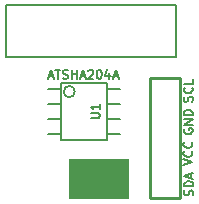
<source format=gto>
G04 (created by PCBNEW (2013-may-18)-stable) date Wed 10 Dec 2014 10:55:01 AM CST*
%MOIN*%
G04 Gerber Fmt 3.4, Leading zero omitted, Abs format*
%FSLAX34Y34*%
G01*
G70*
G90*
G04 APERTURE LIST*
%ADD10C,0.00590551*%
%ADD11C,0.0075*%
%ADD12C,0.01*%
%ADD13C,0.005*%
%ADD14C,0.0001*%
%ADD15C,0.0059*%
G04 APERTURE END LIST*
G54D10*
G54D11*
X83073Y-59459D02*
X83373Y-59359D01*
X83073Y-59259D01*
X83344Y-58987D02*
X83359Y-59001D01*
X83373Y-59044D01*
X83373Y-59073D01*
X83359Y-59116D01*
X83330Y-59144D01*
X83301Y-59159D01*
X83244Y-59173D01*
X83201Y-59173D01*
X83144Y-59159D01*
X83116Y-59144D01*
X83087Y-59116D01*
X83073Y-59073D01*
X83073Y-59044D01*
X83087Y-59001D01*
X83101Y-58987D01*
X83344Y-58687D02*
X83359Y-58701D01*
X83373Y-58744D01*
X83373Y-58773D01*
X83359Y-58816D01*
X83330Y-58844D01*
X83301Y-58859D01*
X83244Y-58873D01*
X83201Y-58873D01*
X83144Y-58859D01*
X83116Y-58844D01*
X83087Y-58816D01*
X83073Y-58773D01*
X83073Y-58744D01*
X83087Y-58701D01*
X83101Y-58687D01*
X83366Y-57333D02*
X83381Y-57290D01*
X83381Y-57219D01*
X83366Y-57190D01*
X83352Y-57176D01*
X83324Y-57162D01*
X83295Y-57162D01*
X83266Y-57176D01*
X83252Y-57190D01*
X83238Y-57219D01*
X83224Y-57276D01*
X83209Y-57304D01*
X83195Y-57319D01*
X83166Y-57333D01*
X83138Y-57333D01*
X83109Y-57319D01*
X83095Y-57304D01*
X83081Y-57276D01*
X83081Y-57204D01*
X83095Y-57162D01*
X83352Y-56862D02*
X83366Y-56876D01*
X83381Y-56919D01*
X83381Y-56947D01*
X83366Y-56990D01*
X83338Y-57019D01*
X83309Y-57033D01*
X83252Y-57047D01*
X83209Y-57047D01*
X83152Y-57033D01*
X83124Y-57019D01*
X83095Y-56990D01*
X83081Y-56947D01*
X83081Y-56919D01*
X83095Y-56876D01*
X83109Y-56862D01*
X83381Y-56590D02*
X83381Y-56733D01*
X83081Y-56733D01*
X83386Y-60454D02*
X83400Y-60411D01*
X83400Y-60340D01*
X83386Y-60311D01*
X83372Y-60297D01*
X83343Y-60283D01*
X83315Y-60283D01*
X83286Y-60297D01*
X83272Y-60311D01*
X83258Y-60340D01*
X83243Y-60397D01*
X83229Y-60426D01*
X83215Y-60440D01*
X83186Y-60454D01*
X83158Y-60454D01*
X83129Y-60440D01*
X83115Y-60426D01*
X83100Y-60397D01*
X83100Y-60326D01*
X83115Y-60283D01*
X83400Y-60154D02*
X83100Y-60154D01*
X83100Y-60083D01*
X83115Y-60040D01*
X83143Y-60011D01*
X83172Y-59997D01*
X83229Y-59983D01*
X83272Y-59983D01*
X83329Y-59997D01*
X83358Y-60011D01*
X83386Y-60040D01*
X83400Y-60083D01*
X83400Y-60154D01*
X83315Y-59869D02*
X83315Y-59726D01*
X83400Y-59897D02*
X83100Y-59797D01*
X83400Y-59697D01*
X83095Y-58240D02*
X83081Y-58268D01*
X83081Y-58311D01*
X83095Y-58354D01*
X83124Y-58383D01*
X83152Y-58397D01*
X83209Y-58411D01*
X83252Y-58411D01*
X83309Y-58397D01*
X83338Y-58383D01*
X83366Y-58354D01*
X83381Y-58311D01*
X83381Y-58283D01*
X83366Y-58240D01*
X83352Y-58226D01*
X83252Y-58226D01*
X83252Y-58283D01*
X83381Y-58097D02*
X83081Y-58097D01*
X83381Y-57926D01*
X83081Y-57926D01*
X83381Y-57783D02*
X83081Y-57783D01*
X83081Y-57711D01*
X83095Y-57668D01*
X83124Y-57640D01*
X83152Y-57626D01*
X83209Y-57611D01*
X83252Y-57611D01*
X83309Y-57626D01*
X83338Y-57640D01*
X83366Y-57668D01*
X83381Y-57711D01*
X83381Y-57783D01*
G54D12*
X82956Y-56531D02*
X82956Y-60531D01*
X81956Y-56531D02*
X81956Y-60531D01*
X81956Y-60531D02*
X82956Y-60531D01*
X82956Y-56531D02*
X81956Y-56531D01*
G54D13*
X80535Y-56707D02*
X78975Y-56707D01*
X78975Y-56707D02*
X78975Y-58607D01*
X78975Y-58607D02*
X80535Y-58607D01*
X80535Y-58607D02*
X80535Y-56707D01*
X80535Y-56907D02*
X80965Y-56907D01*
X80535Y-57407D02*
X80965Y-57407D01*
X80535Y-57907D02*
X80965Y-57907D01*
X80965Y-58407D02*
X80535Y-58407D01*
X78975Y-58407D02*
X78545Y-58407D01*
X78545Y-57907D02*
X78975Y-57907D01*
X78545Y-57407D02*
X78975Y-57407D01*
X78545Y-56907D02*
X78975Y-56907D01*
X79451Y-56997D02*
G75*
G03X79451Y-56997I-186J0D01*
G74*
G01*
G54D10*
X82814Y-55846D02*
X77145Y-55846D01*
X77145Y-55846D02*
X77145Y-54114D01*
X77145Y-54114D02*
X82814Y-54114D01*
X82814Y-54114D02*
X82814Y-55846D01*
G54D14*
G36*
X81263Y-60576D02*
X80263Y-60576D01*
X79263Y-60576D01*
X79263Y-59909D01*
X79263Y-59243D01*
X80263Y-59243D01*
X81263Y-59243D01*
X81263Y-59909D01*
X81263Y-60576D01*
X81263Y-60576D01*
X81263Y-60576D01*
G37*
G54D15*
X79980Y-57882D02*
X80219Y-57882D01*
X80247Y-57868D01*
X80261Y-57854D01*
X80275Y-57826D01*
X80275Y-57769D01*
X80261Y-57741D01*
X80247Y-57727D01*
X80219Y-57713D01*
X79980Y-57713D01*
X80275Y-57418D02*
X80275Y-57587D01*
X80275Y-57502D02*
X79980Y-57502D01*
X80022Y-57531D01*
X80050Y-57559D01*
X80064Y-57587D01*
X78576Y-56483D02*
X78716Y-56483D01*
X78548Y-56568D02*
X78646Y-56273D01*
X78745Y-56568D01*
X78801Y-56273D02*
X78969Y-56273D01*
X78885Y-56568D02*
X78885Y-56273D01*
X79054Y-56554D02*
X79096Y-56568D01*
X79166Y-56568D01*
X79194Y-56554D01*
X79208Y-56540D01*
X79222Y-56512D01*
X79222Y-56483D01*
X79208Y-56455D01*
X79194Y-56441D01*
X79166Y-56427D01*
X79110Y-56413D01*
X79082Y-56399D01*
X79068Y-56385D01*
X79054Y-56357D01*
X79054Y-56329D01*
X79068Y-56301D01*
X79082Y-56287D01*
X79110Y-56273D01*
X79180Y-56273D01*
X79222Y-56287D01*
X79349Y-56568D02*
X79349Y-56273D01*
X79349Y-56413D02*
X79517Y-56413D01*
X79517Y-56568D02*
X79517Y-56273D01*
X79644Y-56483D02*
X79784Y-56483D01*
X79615Y-56568D02*
X79714Y-56273D01*
X79812Y-56568D01*
X79896Y-56301D02*
X79910Y-56287D01*
X79939Y-56273D01*
X80009Y-56273D01*
X80037Y-56287D01*
X80051Y-56301D01*
X80065Y-56329D01*
X80065Y-56357D01*
X80051Y-56399D01*
X79882Y-56568D01*
X80065Y-56568D01*
X80248Y-56273D02*
X80276Y-56273D01*
X80304Y-56287D01*
X80318Y-56301D01*
X80332Y-56329D01*
X80346Y-56385D01*
X80346Y-56455D01*
X80332Y-56512D01*
X80318Y-56540D01*
X80304Y-56554D01*
X80276Y-56568D01*
X80248Y-56568D01*
X80220Y-56554D01*
X80205Y-56540D01*
X80191Y-56512D01*
X80177Y-56455D01*
X80177Y-56385D01*
X80191Y-56329D01*
X80205Y-56301D01*
X80220Y-56287D01*
X80248Y-56273D01*
X80599Y-56371D02*
X80599Y-56568D01*
X80529Y-56259D02*
X80458Y-56469D01*
X80641Y-56469D01*
X80739Y-56483D02*
X80880Y-56483D01*
X80711Y-56568D02*
X80810Y-56273D01*
X80908Y-56568D01*
M02*

</source>
